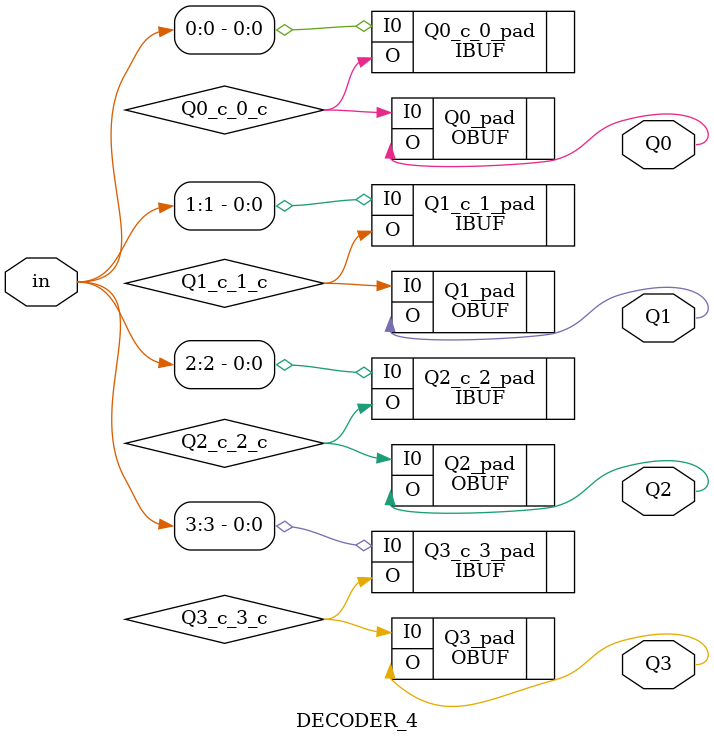
<source format=v>

module DECODER_4 (in, Q0, Q1, Q2, Q3);   // decoder_4.v(1[8:17])
    input [3:0]in;   // decoder_4.v(2[17:19])
    output Q0;   // decoder_4.v(3[12:14])
    output Q1;   // decoder_4.v(3[15:17])
    output Q2;   // decoder_4.v(3[18:20])
    output Q3;   // decoder_4.v(3[21:23])
    
    
    wire Q3_c_3_c, Q2_c_2_c, Q1_c_1_c, Q0_c_0_c, pwr, gnd;
    
    OBUF Q0_pad (.O(Q0), .I0(Q0_c_0_c));   // E:/Bin/lse/userware/NT/SYNTHESIS_HEADERS/mach.v(270[8:12])
    OBUF Q2_pad (.O(Q2), .I0(Q2_c_2_c));   // E:/Bin/lse/userware/NT/SYNTHESIS_HEADERS/mach.v(270[8:12])
    OBUF Q3_pad (.O(Q3), .I0(Q3_c_3_c));   // E:/Bin/lse/userware/NT/SYNTHESIS_HEADERS/mach.v(270[8:12])
    IBUF Q3_c_3_pad (.O(Q3_c_3_c), .I0(in[3]));   // E:/Bin/lse/userware/NT/SYNTHESIS_HEADERS/mach.v(186[8:12])
    IBUF Q2_c_2_pad (.O(Q2_c_2_c), .I0(in[2]));   // E:/Bin/lse/userware/NT/SYNTHESIS_HEADERS/mach.v(186[8:12])
    IBUF Q1_c_1_pad (.O(Q1_c_1_c), .I0(in[1]));   // E:/Bin/lse/userware/NT/SYNTHESIS_HEADERS/mach.v(186[8:12])
    IBUF Q0_c_0_pad (.O(Q0_c_0_c), .I0(in[0]));   // E:/Bin/lse/userware/NT/SYNTHESIS_HEADERS/mach.v(186[8:12])
    VCC i35 (.X(pwr));
    OBUF Q1_pad (.O(Q1), .I0(Q1_c_1_c));   // E:/Bin/lse/userware/NT/SYNTHESIS_HEADERS/mach.v(270[8:12])
    GND i34 (.X(gnd));
    
endmodule
//
// Verilog Description of module VCC
// module not written out since it is a black-box. 
//

//
// Verilog Description of module GND
// module not written out since it is a black-box. 
//


</source>
